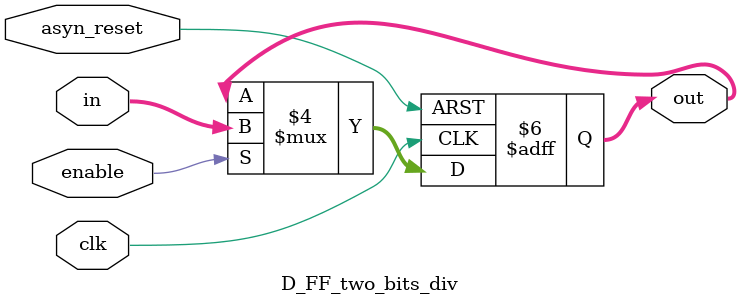
<source format=v>
module D_FF_two_bits_div(in,out,clk,enable,asyn_reset);

input clk;
input enable;
input asyn_reset;
input[1:0] in;
output[1:0] out;
reg[1:0] out;


always@(posedge clk or posedge asyn_reset) begin
	if (asyn_reset == 1) begin
		out <= 0;
	end
	else begin
		if(enable==1'b1) begin
			out<=in;
		end
	end
end

endmodule

</source>
